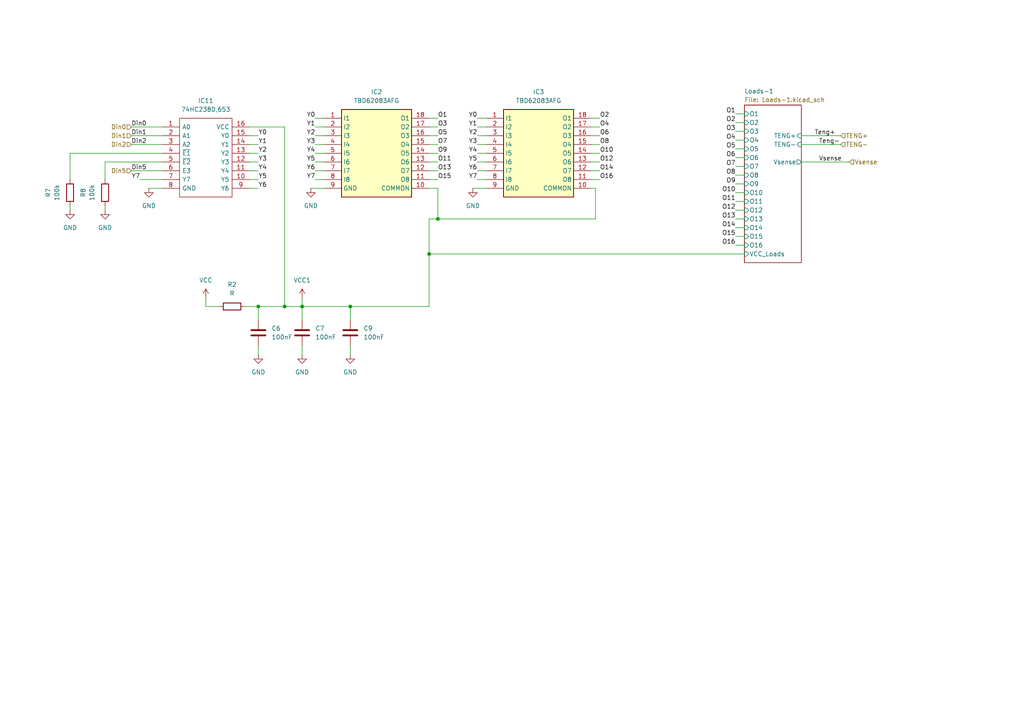
<source format=kicad_sch>
(kicad_sch (version 20231120) (generator "eeschema") (generator_version "8.0")
  (paper "A4")
  (lib_symbols
    (symbol "4xxx_IEEE:74HC238D,653" (pin_names (offset 0.762))
      (property "Reference" "IC" (at 21.59 7.62 0))
      (property "Value" "74HC238D,653" (at 21.59 5.08 0))
      (symbol "74HC238D,653_0_0"
        (pin passive line (at 0 0 0) (length 5.08) (name "A0") (number "1"))
        (pin passive line (at 25.4 -15.24 180) (length 5.08) (name "Y5") (number "10"))
        (pin passive line (at 25.4 -12.7 180) (length 5.08) (name "Y4") (number "11"))
        (pin passive line (at 25.4 -10.16 180) (length 5.08) (name "Y3") (number "12"))
        (pin passive line (at 25.4 -7.62 180) (length 5.08) (name "Y2") (number "13"))
        (pin passive line (at 25.4 -5.08 180) (length 5.08) (name "Y1") (number "14"))
        (pin passive line (at 25.4 -2.54 180) (length 5.08) (name "Y0") (number "15"))
        (pin passive line (at 25.4 0 180) (length 5.08) (name "VCC") (number "16"))
        (pin passive line (at 0 -2.54 0) (length 5.08) (name "A1") (number "2"))
        (pin passive line (at 0 -5.08 0) (length 5.08) (name "A2") (number "3"))
        (pin passive line (at 0 -7.62 0) (length 5.08) (name "~{E1}") (number "4"))
        (pin passive line (at 0 -10.16 0) (length 5.08) (name "~{E2}") (number "5"))
        (pin passive line (at 0 -12.7 0) (length 5.08) (name "E3") (number "6"))
        (pin passive line (at 0 -15.24 0) (length 5.08) (name "Y7") (number "7"))
        (pin passive line (at 0 -17.78 0) (length 5.08) (name "GND") (number "8"))
        (pin passive line (at 25.4 -17.78 180) (length 5.08) (name "Y6") (number "9"))
      )
      (symbol "74HC238D,653_0_1"
        (polyline (pts (xy 5.08 2.54) (xy 20.32 2.54) (xy 20.32 -20.32) (xy 5.08 -20.32) (xy 5.08 2.54)) (stroke (width 0.1524)))
      )
    )
    (symbol "Device:C" (pin_numbers hide) (pin_names (offset 0.254))
      (property "Reference" "C" (at 0.635 2.54 0))
      (property "Value" "C" (at 0.635 -2.54 0))
      (symbol "C_0_1"
        (polyline (pts (xy -2.032 -0.762) (xy 2.032 -0.762)) (stroke (width 0.508)))
        (polyline (pts (xy -2.032 0.762) (xy 2.032 0.762)) (stroke (width 0.508)))
      )
      (symbol "C_1_1"
        (pin passive line (at 0 3.81 270) (length 2.794) (name "~") (number "1"))
        (pin passive line (at 0 -3.81 90) (length 2.794) (name "~") (number "2"))
      )
    )
    (symbol "Device:R" (pin_numbers hide) (pin_names (offset 0))
      (property "Reference" "R" (at 2.032 0 90))
      (property "Value" "R" (at 0 0 90))
      (symbol "R_0_1"
        (rectangle (start -1.016 -2.54) (end 1.016 2.54) (stroke (width 0.254)))
      )
      (symbol "R_1_1"
        (pin passive line (at 0 3.81 270) (length 1.27) (name "~") (number "1"))
        (pin passive line (at 0 -3.81 90) (length 1.27) (name "~") (number "2"))
      )
    )
    (symbol "SamacSys_Parts:TD62083AFGNEL"
      (property "Reference" "IC" (at 26.67 7.62 0))
      (property "Value" "TD62083AFGNEL" (at 26.67 5.08 0))
      (symbol "TD62083AFGNEL_1_1"
        (rectangle (start 5.08 2.54) (end 25.4 -22.86) (stroke (width 0.254)) (fill (type background)))
        (pin passive line (at 0 0 0) (length 5.08) (name "I1") (number "1"))
        (pin passive line (at 30.48 -20.32 180) (length 5.08) (name "COMMON") (number "10"))
        (pin passive line (at 30.48 -17.78 180) (length 5.08) (name "O8") (number "11"))
        (pin passive line (at 30.48 -15.24 180) (length 5.08) (name "O7") (number "12"))
        (pin passive line (at 30.48 -12.7 180) (length 5.08) (name "O6") (number "13"))
        (pin passive line (at 30.48 -10.16 180) (length 5.08) (name "O5") (number "14"))
        (pin passive line (at 30.48 -7.62 180) (length 5.08) (name "O4") (number "15"))
        (pin passive line (at 30.48 -5.08 180) (length 5.08) (name "O3") (number "16"))
        (pin passive line (at 30.48 -2.54 180) (length 5.08) (name "O2") (number "17"))
        (pin passive line (at 30.48 0 180) (length 5.08) (name "O1") (number "18"))
        (pin passive line (at 0 -2.54 0) (length 5.08) (name "I2") (number "2"))
        (pin passive line (at 0 -5.08 0) (length 5.08) (name "I3") (number "3"))
        (pin passive line (at 0 -7.62 0) (length 5.08) (name "I4") (number "4"))
        (pin passive line (at 0 -10.16 0) (length 5.08) (name "I5") (number "5"))
        (pin passive line (at 0 -12.7 0) (length 5.08) (name "I6") (number "6"))
        (pin passive line (at 0 -15.24 0) (length 5.08) (name "I7") (number "7"))
        (pin passive line (at 0 -17.78 0) (length 5.08) (name "I8") (number "8"))
        (pin passive line (at 0 -20.32 0) (length 5.08) (name "GND") (number "9"))
      )
    )
    (symbol "power:GND" (power) (pin_numbers hide) (pin_names (offset 0) hide)
      (property "Value" "GND" (at 0 -3.81 0))
      (symbol "GND_0_1"
        (polyline (pts (xy 0 0) (xy 0 -1.27) (xy 1.27 -1.27) (xy 0 -2.54) (xy -1.27 -1.27) (xy 0 -1.27)))
      )
      (symbol "GND_1_1"
        (pin power_in line (at 0 0 270) (length 0) (name "~") (number "1"))
      )
    )
    (symbol "power:VCC" (power) (pin_numbers hide) (pin_names (offset 0) hide)
      (property "Value" "VCC" (at 0 3.556 0))
      (symbol "VCC_0_1"
        (polyline (pts (xy -0.762 1.27) (xy 0 2.54)))
        (polyline (pts (xy 0 0) (xy 0 2.54)))
        (polyline (pts (xy 0 2.54) (xy 0.762 1.27)))
      )
      (symbol "VCC_1_1"
        (pin power_in line (at 0 0 90) (length 0) (name "~") (number "1"))
      )
    )
  )
  (junction (at 74.93 88.9))
  (junction (at 124.46 73.66))
  (junction (at 87.63 88.9))
  (junction (at 101.6 88.9))
  (junction (at 82.55 88.9))
  (junction (at 127 63.5))
  (wire (pts (xy 20.32 52.07) (xy 20.32 44.45)))
  (wire (pts (xy 213.36 40.64) (xy 215.9 40.64)))
  (wire (pts (xy 213.36 38.1) (xy 215.9 38.1)))
  (wire (pts (xy 87.63 88.9) (xy 101.6 88.9)))
  (wire (pts (xy 82.55 88.9) (xy 87.63 88.9)))
  (wire (pts (xy 38.1 39.37) (xy 46.99 39.37)))
  (wire (pts (xy 172.72 54.61) (xy 172.72 63.5)))
  (wire (pts (xy 173.99 52.07) (xy 171.45 52.07)))
  (wire (pts (xy 40.64 52.07) (xy 46.99 52.07)))
  (wire (pts (xy 213.36 66.04) (xy 215.9 66.04)))
  (wire (pts (xy 72.39 36.83) (xy 82.55 36.83)))
  (wire (pts (xy 232.41 39.37) (xy 243.84 39.37)))
  (wire (pts (xy 127 46.99) (xy 124.46 46.99)))
  (wire (pts (xy 91.44 36.83) (xy 93.98 36.83)))
  (wire (pts (xy 213.36 71.12) (xy 215.9 71.12)))
  (wire (pts (xy 74.93 88.9) (xy 74.93 92.71)))
  (wire (pts (xy 138.43 46.99) (xy 140.97 46.99)))
  (wire (pts (xy 213.36 68.58) (xy 215.9 68.58)))
  (wire (pts (xy 124.46 63.5) (xy 127 63.5)))
  (wire (pts (xy 138.43 52.07) (xy 140.97 52.07)))
  (wire (pts (xy 91.44 39.37) (xy 93.98 39.37)))
  (wire (pts (xy 91.44 46.99) (xy 93.98 46.99)))
  (wire (pts (xy 20.32 60.96) (xy 20.32 59.69)))
  (wire (pts (xy 38.1 41.91) (xy 46.99 41.91)))
  (wire (pts (xy 173.99 36.83) (xy 171.45 36.83)))
  (wire (pts (xy 91.44 44.45) (xy 93.98 44.45)))
  (wire (pts (xy 74.93 49.53) (xy 72.39 49.53)))
  (wire (pts (xy 138.43 44.45) (xy 140.97 44.45)))
  (wire (pts (xy 138.43 36.83) (xy 140.97 36.83)))
  (wire (pts (xy 101.6 88.9) (xy 124.46 88.9)))
  (wire (pts (xy 213.36 58.42) (xy 215.9 58.42)))
  (wire (pts (xy 30.48 60.96) (xy 30.48 59.69)))
  (wire (pts (xy 243.84 41.91) (xy 232.41 41.91)))
  (wire (pts (xy 38.1 49.53) (xy 46.99 49.53)))
  (wire (pts (xy 20.32 44.45) (xy 46.99 44.45)))
  (wire (pts (xy 127 36.83) (xy 124.46 36.83)))
  (wire (pts (xy 91.44 41.91) (xy 93.98 41.91)))
  (wire (pts (xy 213.36 50.8) (xy 215.9 50.8)))
  (wire (pts (xy 127 63.5) (xy 172.72 63.5)))
  (wire (pts (xy 74.93 54.61) (xy 72.39 54.61)))
  (wire (pts (xy 127 49.53) (xy 124.46 49.53)))
  (wire (pts (xy 173.99 34.29) (xy 171.45 34.29)))
  (wire (pts (xy 82.55 36.83) (xy 82.55 88.9)))
  (wire (pts (xy 124.46 73.66) (xy 124.46 63.5)))
  (wire (pts (xy 140.97 54.61) (xy 137.16 54.61)))
  (wire (pts (xy 124.46 88.9) (xy 124.46 73.66)))
  (wire (pts (xy 127 41.91) (xy 124.46 41.91)))
  (wire (pts (xy 173.99 49.53) (xy 171.45 49.53)))
  (wire (pts (xy 138.43 49.53) (xy 140.97 49.53)))
  (wire (pts (xy 213.36 48.26) (xy 215.9 48.26)))
  (wire (pts (xy 30.48 52.07) (xy 30.48 46.99)))
  (wire (pts (xy 127 34.29) (xy 124.46 34.29)))
  (wire (pts (xy 213.36 55.88) (xy 215.9 55.88)))
  (wire (pts (xy 213.36 35.56) (xy 215.9 35.56)))
  (wire (pts (xy 173.99 39.37) (xy 171.45 39.37)))
  (wire (pts (xy 38.1 36.83) (xy 46.99 36.83)))
  (wire (pts (xy 74.93 88.9) (xy 82.55 88.9)))
  (wire (pts (xy 138.43 41.91) (xy 140.97 41.91)))
  (wire (pts (xy 127 63.5) (xy 127 54.61)))
  (wire (pts (xy 138.43 34.29) (xy 140.97 34.29)))
  (wire (pts (xy 59.69 86.36) (xy 59.69 88.9)))
  (wire (pts (xy 101.6 102.87) (xy 101.6 100.33)))
  (wire (pts (xy 71.12 88.9) (xy 74.93 88.9)))
  (wire (pts (xy 138.43 39.37) (xy 140.97 39.37)))
  (wire (pts (xy 213.36 60.96) (xy 215.9 60.96)))
  (wire (pts (xy 127 44.45) (xy 124.46 44.45)))
  (wire (pts (xy 87.63 88.9) (xy 87.63 92.71)))
  (wire (pts (xy 232.41 46.99) (xy 246.38 46.99)))
  (wire (pts (xy 74.93 46.99) (xy 72.39 46.99)))
  (wire (pts (xy 173.99 44.45) (xy 171.45 44.45)))
  (wire (pts (xy 74.93 41.91) (xy 72.39 41.91)))
  (wire (pts (xy 93.98 54.61) (xy 90.17 54.61)))
  (wire (pts (xy 87.63 102.87) (xy 87.63 100.33)))
  (wire (pts (xy 74.93 52.07) (xy 72.39 52.07)))
  (wire (pts (xy 127 54.61) (xy 124.46 54.61)))
  (wire (pts (xy 74.93 102.87) (xy 74.93 100.33)))
  (wire (pts (xy 127 39.37) (xy 124.46 39.37)))
  (wire (pts (xy 173.99 41.91) (xy 171.45 41.91)))
  (wire (pts (xy 172.72 54.61) (xy 171.45 54.61)))
  (wire (pts (xy 124.46 73.66) (xy 215.9 73.66)))
  (wire (pts (xy 213.36 63.5) (xy 215.9 63.5)))
  (wire (pts (xy 101.6 88.9) (xy 101.6 92.71)))
  (wire (pts (xy 91.44 34.29) (xy 93.98 34.29)))
  (wire (pts (xy 91.44 52.07) (xy 93.98 52.07)))
  (wire (pts (xy 213.36 33.02) (xy 215.9 33.02)))
  (wire (pts (xy 46.99 54.61) (xy 43.18 54.61)))
  (wire (pts (xy 87.63 86.36) (xy 87.63 88.9)))
  (wire (pts (xy 30.48 46.99) (xy 46.99 46.99)))
  (wire (pts (xy 213.36 53.34) (xy 215.9 53.34)))
  (wire (pts (xy 127 52.07) (xy 124.46 52.07)))
  (wire (pts (xy 213.36 45.72) (xy 215.9 45.72)))
  (wire (pts (xy 59.69 88.9) (xy 63.5 88.9)))
  (wire (pts (xy 74.93 39.37) (xy 72.39 39.37)))
  (wire (pts (xy 173.99 46.99) (xy 171.45 46.99)))
  (wire (pts (xy 91.44 49.53) (xy 93.98 49.53)))
  (wire (pts (xy 213.36 43.18) (xy 215.9 43.18)))
  (wire (pts (xy 74.93 44.45) (xy 72.39 44.45)))
  (label "Y5" (at 74.93 52.07 0))
  (label "O3" (at 127 36.83 0))
  (label "Y3" (at 138.43 41.91 180))
  (label "Teng+" (at 236.22 39.37 0))
  (label "O6" (at 173.99 39.37 0))
  (label "O14" (at 173.99 49.53 0))
  (label "Y7" (at 91.44 52.07 180))
  (label "O2" (at 213.36 35.56 180))
  (label "O9" (at 213.36 53.34 180))
  (label "O11" (at 213.36 58.42 180))
  (label "O7" (at 127 41.91 0))
  (label "Y1" (at 74.93 41.91 0))
  (label "O4" (at 213.36 40.64 180))
  (label "Y4" (at 74.93 49.53 0))
  (label "O4" (at 173.99 36.83 0))
  (label "Y0" (at 138.43 34.29 180))
  (label "O12" (at 213.36 60.96 180))
  (label "Y2" (at 91.44 39.37 180))
  (label "O6" (at 213.36 45.72 180))
  (label "O16" (at 213.36 71.12 180))
  (label "O2" (at 173.99 34.29 0))
  (label "Y0" (at 91.44 34.29 180))
  (label "Y6" (at 138.43 49.53 180))
  (label "Y7" (at 40.64 52.07 180))
  (label "Din0" (at 38.1 36.83 0))
  (label "Y4" (at 91.44 44.45 180))
  (label "O15" (at 127 52.07 0))
  (label "Vsense" (at 237.49 46.99 0))
  (label "Y5" (at 91.44 46.99 180))
  (label "Y1" (at 91.44 36.83 180))
  (label "Y3" (at 74.93 46.99 0))
  (label "Y6" (at 74.93 54.61 0))
  (label "Y0" (at 74.93 39.37 0))
  (label "Y7" (at 138.43 52.07 180))
  (label "Din1" (at 38.1 39.37 0))
  (label "O15" (at 213.36 68.58 180))
  (label "Y4" (at 138.43 44.45 180))
  (label "Din2" (at 38.1 41.91 0))
  (label "O1" (at 127 34.29 0))
  (label "O12" (at 173.99 46.99 0))
  (label "O14" (at 213.36 66.04 180))
  (label "O11" (at 127 46.99 0))
  (label "O10" (at 173.99 44.45 0))
  (label "Y2" (at 74.93 44.45 0))
  (label "Teng-" (at 237.49 41.91 0))
  (label "Din5" (at 38.1 49.53 0))
  (label "O7" (at 213.36 48.26 180))
  (label "O8" (at 173.99 41.91 0))
  (label "O8" (at 213.36 50.8 180))
  (label "Y5" (at 138.43 46.99 180))
  (label "O5" (at 213.36 43.18 180))
  (label "O3" (at 213.36 38.1 180))
  (label "O10" (at 213.36 55.88 180))
  (label "O5" (at 127 39.37 0))
  (label "Y2" (at 138.43 39.37 180))
  (label "Y1" (at 138.43 36.83 180))
  (label "O1" (at 213.36 33.02 180))
  (label "O13" (at 213.36 63.5 180))
  (label "Y6" (at 91.44 49.53 180))
  (label "O16" (at 173.99 52.07 0))
  (label "Y3" (at 91.44 41.91 180))
  (label "O9" (at 127 44.45 0))
  (label "O13" (at 127 49.53 0))
  (hierarchical_label "Din0" (shape input) (at 38.1 36.83 180))
  (hierarchical_label "TENG+" (shape input) (at 243.84 39.37 0))
  (hierarchical_label "TENG-" (shape input) (at 243.84 41.91 0))
  (hierarchical_label "Vsense" (shape input) (at 246.38 46.99 0))
  (hierarchical_label "Din5" (shape input) (at 38.1 49.53 180))
  (hierarchical_label "Din1" (shape input) (at 38.1 39.37 180))
  (hierarchical_label "Din2" (shape input) (at 38.1 41.91 180))
  (symbol (lib_id "power:GND") (at 20.32 60.96 0) (unit 1)
    (property "Reference" "#PWR04" (effects (hide yes)))
    (property "Value" "GND" (at 20.32 66.04 0))
    (property "Description" "Power symbol creates a global label with name \"GND\" , ground" (effects (hide yes)))
  )
  (symbol (lib_id "power:GND") (at 101.6 102.87 0) (unit 1)
    (property "Reference" "#PWR089" (effects (hide yes)))
    (property "Value" "GND" (at 101.6 107.95 0))
    (property "Description" "Power symbol creates a global label with name \"GND\" , ground" (effects (hide yes)))
  )
  (symbol (lib_id "Device:C") (at 74.93 96.52 0) (unit 1)
    (property "Reference" "C6" (at 78.74 95.2499 0) (effects (justify left)))
    (property "Value" "100nF" (at 78.74 97.7899 0) (effects (justify left)))
    (property "Footprint" "Capacitor_SMD:C_0805_2012Metric" (effects (hide yes)))
    (property "Description" "Unpolarized capacitor" (effects (hide yes)))
  )
  (symbol (lib_id "power:GND") (at 30.48 60.96 0) (unit 1)
    (property "Reference" "#PWR05" (effects (hide yes)))
    (property "Value" "GND" (at 30.48 66.04 0))
    (property "Description" "Power symbol creates a global label with name \"GND\" , ground" (effects (hide yes)))
  )
  (symbol (lib_id "power:VCC") (at 87.63 86.36 0) (unit 1)
    (property "Reference" "#PWR02" (effects (hide yes)))
    (property "Value" "VCC1" (at 87.63 81.28 0))
    (property "Description" "Power symbol creates a global label with name \"VCC\"" (effects (hide yes)))
  )
  (symbol (lib_id "Device:C") (at 101.6 96.52 0) (unit 1)
    (property "Reference" "C9" (at 105.41 95.2499 0) (effects (justify left)))
    (property "Value" "100nF" (at 105.41 97.7899 0) (effects (justify left)))
    (property "Footprint" "Capacitor_SMD:C_0805_2012Metric" (effects (hide yes)))
    (property "Description" "Unpolarized capacitor" (effects (hide yes)))
  )
  (symbol (lib_id "power:GND") (at 74.93 102.87 0) (unit 1)
    (property "Reference" "#PWR080" (effects (hide yes)))
    (property "Value" "GND" (at 74.93 107.95 0))
    (property "Description" "Power symbol creates a global label with name \"GND\" , ground" (effects (hide yes)))
  )
  (symbol (lib_id "Device:R") (at 67.31 88.9 270) (mirror x) (unit 1)
    (property "Reference" "R2" (at 67.31 82.55 90))
    (property "Value" "R" (at 67.31 85.09 90))
    (property "Footprint" "Resistor_SMD:R_0805_2012Metric" (effects (hide yes)))
    (property "Description" "Resistor" (effects (hide yes)))
  )
  (symbol (lib_id "SamacSys_Parts:TD62083AFGNEL") (at 140.97 34.29 0) (unit 1)
    (property "Reference" "IC3" (at 156.21 26.67 0))
    (property "Value" "TBD62083AFG" (at 156.21 29.21 0))
    (property "Footprint" "SamacSys_Parts:SOIC127P1030X245-18N" (effects (hide yes)))
    (property "Datasheet" "https://www.mouser.es/datasheet/2/408/TBD62083AFG_datasheet_en_20160511-769676.pdf" (effects (hide yes)))
    (property "Description" "Gate Drivers" (effects (hide yes)))
    (property "Height" "2.45" (effects (hide yes)))
    (property "Manufacturer_Name" "Toshiba" (effects (hide yes)))
    (property "Manufacturer_Part_Number" "TD62083AFGNEL" (effects (hide yes)))
    (property "Mouser Part Number" "N/A" (effects (hide yes)))
    (property "Mouser Price/Stock" "https://www.mouser.co.uk/ProductDetail/Toshiba/TD62083AFGNEL?qs=ZjcfeKH2FJO2XkKSOSlUdg%3D%3D" (effects (hide yes)))
  )
  (symbol (lib_id "power:GND") (at 90.17 54.61 0) (unit 1)
    (property "Reference" "#PWR03" (effects (hide yes)))
    (property "Value" "GND" (at 90.17 59.69 0))
    (property "Description" "Power symbol creates a global label with name \"GND\" , ground" (effects (hide yes)))
  )
  (symbol (lib_id "power:GND") (at 43.18 54.61 0) (unit 1)
    (property "Reference" "#PWR01" (effects (hide yes)))
    (property "Value" "GND" (at 43.18 59.69 0))
    (property "Description" "Power symbol creates a global label with name \"GND\" , ground" (effects (hide yes)))
  )
  (symbol (lib_id "power:GND") (at 87.63 102.87 0) (unit 1)
    (property "Reference" "#PWR085" (effects (hide yes)))
    (property "Value" "GND" (at 87.63 107.95 0))
    (property "Description" "Power symbol creates a global label with name \"GND\" , ground" (effects (hide yes)))
  )
  (symbol (lib_id "power:VCC") (at 59.69 86.36 0) (unit 1)
    (property "Reference" "#PWR079" (effects (hide yes)))
    (property "Value" "VCC" (at 59.69 81.28 0))
    (property "Description" "Power symbol creates a global label with name \"VCC\"" (effects (hide yes)))
  )
  (symbol (lib_id "Device:C") (at 87.63 96.52 0) (unit 1)
    (property "Reference" "C7" (at 91.44 95.2499 0) (effects (justify left)))
    (property "Value" "100nF" (at 91.44 97.7899 0) (effects (justify left)))
    (property "Footprint" "Capacitor_SMD:C_0805_2012Metric" (effects (hide yes)))
    (property "Description" "Unpolarized capacitor" (effects (hide yes)))
  )
  (symbol (lib_id "SamacSys_Parts:TD62083AFGNEL") (at 93.98 34.29 0) (unit 1)
    (property "Reference" "IC2" (at 109.22 26.67 0))
    (property "Value" "TBD62083AFG" (at 109.22 29.21 0))
    (property "Footprint" "SamacSys_Parts:SOIC127P1030X245-18N" (effects (hide yes)))
    (property "Datasheet" "https://www.mouser.es/datasheet/2/408/TBD62083AFG_datasheet_en_20160511-769676.pdf" (effects (hide yes)))
    (property "Description" "Gate Drivers" (effects (hide yes)))
    (property "Height" "2.45" (effects (hide yes)))
    (property "Manufacturer_Name" "Toshiba" (effects (hide yes)))
    (property "Manufacturer_Part_Number" "TD62083AFGNEL" (effects (hide yes)))
    (property "Mouser Part Number" "N/A" (effects (hide yes)))
    (property "Mouser Price/Stock" "https://www.mouser.co.uk/ProductDetail/Toshiba/TD62083AFGNEL?qs=ZjcfeKH2FJO2XkKSOSlUdg%3D%3D" (effects (hide yes)))
  )
  (symbol (lib_id "power:GND") (at 137.16 54.61 0) (unit 1)
    (property "Reference" "#PWR042" (effects (hide yes)))
    (property "Value" "GND" (at 137.16 59.69 0))
    (property "Description" "Power symbol creates a global label with name \"GND\" , ground" (effects (hide yes)))
  )
  (symbol (lib_id "4xxx_IEEE:74HC238D,653") (at 46.99 36.83 0) (unit 1)
    (property "Reference" "IC11" (at 59.69 29.21 0))
    (property "Value" "74HC238D,653" (at 59.69 31.75 0))
    (property "Footprint" "Library:74HC238D653" (effects (hide yes)))
    (property "Datasheet" "https://assets.nexperia.com/documents/data-sheet/74HC_HCT238.pdf" (effects (hide yes)))
    (property "Description" "74HC(T)238 - 3-to-8 line decoder/demultiplexer@en-us" (effects (hide yes)))
    (property "Height" "1.75" (effects (hide yes)))
    (property "Manufacturer_Name" "Nexperia" (effects (hide yes)))
    (property "Manufacturer_Part_Number" "74HC238D,653" (effects (hide yes)))
    (property "Mouser Part Number" "771-74HC238D-T" (effects (hide yes)))
    (property "Mouser Price/Stock" "https://www.mouser.co.uk/ProductDetail/Nexperia/74HC238D653?qs=P62ublwmbi8dvjtlyD3gOA%3D%3D" (effects (hide yes)))
    (property "Arrow Part Number" "MC74VHC138DR2G" (effects (hide yes)))
    (property "Arrow Price/Stock" "https://www.arrow.com/en/products/mc74vhc138dr2g/on-semiconductor?region=nac" (effects (hide yes)))
    (property "Description_1" "74HC(T)238 - 3-to-8 line decoder/demultiplexer@en-us" (effects (hide yes)))
  )
  (symbol (lib_id "Device:R") (at 20.32 55.88 0) (mirror y) (unit 1)
    (property "Reference" "R7" (at 13.97 55.88 90))
    (property "Value" "100k" (at 16.51 55.88 90))
    (property "Footprint" "Resistor_SMD:R_0805_2012Metric" (effects (hide yes)))
    (property "Description" "Resistor" (effects (hide yes)))
  )
  (symbol (lib_id "Device:R") (at 30.48 55.88 0) (mirror y) (unit 1)
    (property "Reference" "R8" (at 24.13 55.88 90))
    (property "Value" "100k" (at 26.67 55.88 90))
    (property "Footprint" "Resistor_SMD:R_0805_2012Metric" (effects (hide yes)))
    (property "Description" "Resistor" (effects (hide yes)))
  )
  (sheet (at 215.9 30.48) (size 16.51 45.72) (stroke (width 0.1524))
    (property "Sheetname" "Loads-1" (at 215.9 27.178 0) (effects (justify left bottom)))
    (property "Sheetfile" "Loads-1.kicad_sch" (at 215.9 28.194 0) (effects (justify left top)))
    (pin "TENG-" input (at 232.41 41.91 0))
    (pin "Vsense" output (at 232.41 46.99 0))
    (pin "O7" input (at 215.9 48.26 180))
    (pin "O8" input (at 215.9 50.8 180))
    (pin "TENG+" input (at 232.41 39.37 0))
    (pin "O6" input (at 215.9 45.72 180))
    (pin "O3" input (at 215.9 38.1 180))
    (pin "O1" input (at 215.9 33.02 180))
    (pin "O2" input (at 215.9 35.56 180))
    (pin "O5" input (at 215.9 43.18 180))
    (pin "O4" input (at 215.9 40.64 180))
    (pin "O9" input (at 215.9 53.34 180))
    (pin "O11" input (at 215.9 58.42 180))
    (pin "O12" input (at 215.9 60.96 180))
    (pin "O13" input (at 215.9 63.5 180))
    (pin "O14" input (at 215.9 66.04 180))
    (pin "O10" input (at 215.9 55.88 180))
    (pin "O15" input (at 215.9 68.58 180))
    (pin "O16" input (at 215.9 71.12 180))
    (pin "VCC_Loads" input (at 215.9 73.66 180))
  )
)
</source>
